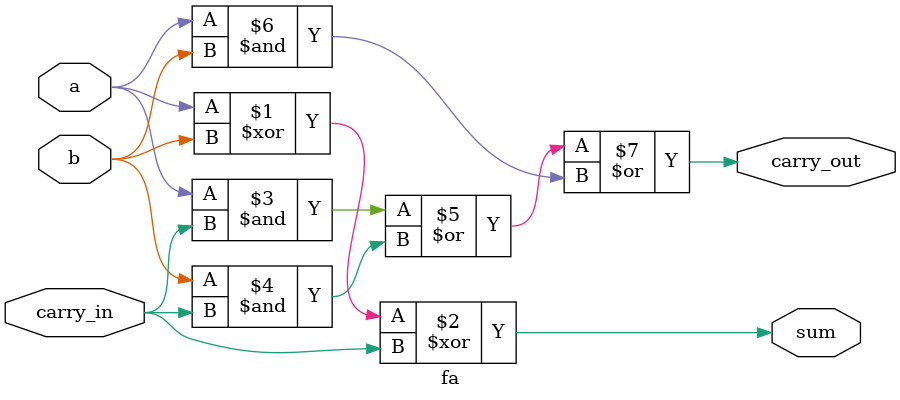
<source format=v>
module fa(
	input  a,
	input  b,
	input  carry_in,
	output sum,
	output carry_out);

	assign sum       = (a ^ b ^ carry_in);
	assign carry_out = (a & carry_in) | (b & carry_in) | (a & b);

endmodule

</source>
